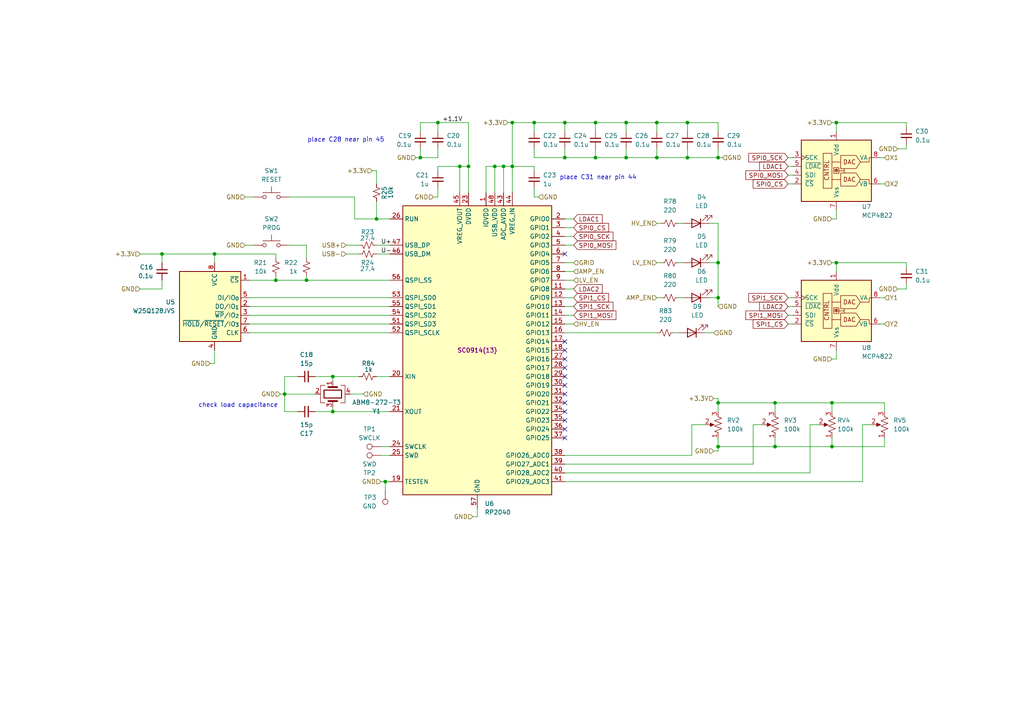
<source format=kicad_sch>
(kicad_sch (version 20250114) (generator "eeschema") (generator_version "9.0")
  (paper "A4")
  (lib_symbols
    (symbol "Analog_DAC:MCP4822" (pin_names (offset 1.016))
      (property "Reference" "U" (at -2.54 10.795 0))
      (property "Value" "MCP4822" (at -2.54 8.89 0))
      (symbol "MCP4822_0_0"
        (polyline (pts (xy 0 -0.889) (xy 0.508 -1.397) (xy -0.508 -1.397) (xy 0 -0.889)))
        (polyline (pts (xy 0 -1.778) (xy 0 -0.635)))
        (polyline (pts (xy 0.381 -0.889) (xy 0.508 -0.762)))
        (polyline (pts (xy 0.381 -0.889) (xy -0.381 -0.889) (xy -0.508 -1.016)))
        (rectangle (start 0.762 -0.381) (end -0.762 -2.032))
        (polyline (pts (xy 0.762 -1.27) (xy 2.286 -1.27) (xy 2.286 -0.762)))
        (polyline (pts (xy 2.286 -1.143) (xy 2.286 -1.905)))
        (polyline (pts (xy 6.985 1.27) (xy 9.525 1.27) (xy 9.525 2.54) (xy 10.16 2.54)))
        (polyline (pts (xy 6.985 -3.81) (xy 9.525 -3.81) (xy 9.525 -5.08) (xy 10.16 -5.08)))
        (text "CNTRL" (at -2.032 -4.191 900) (effects (font (size 1.27 1.27)) (justify left bottom)))
        (text "DAC" (at 3.81 1.27 0) (effects (font (size 1.27 1.27))))
        (text "DAC" (at 3.81 -3.81 0) (effects (font (size 1.27 1.27))))
      )
      (symbol "MCP4822_0_1"
        (rectangle (start -10.16 7.62) (end 10.16 -10.16) (stroke (width 0.254)) (fill (type background)))
        (rectangle (start -1.27 -6.35) (end -3.81 3.81))
        (polyline (pts (xy 1.27 1.27) (xy -1.27 1.27)))
        (polyline (pts (xy 1.27 -3.81) (xy -1.27 -3.81)))
        (polyline (pts (xy 6.985 1.27) (xy 5.715 3.175) (xy 1.27 3.175) (xy 1.27 -0.635) (xy 5.715 -0.635) (xy 6.985 1.27)))
        (polyline (pts (xy 6.985 -3.81) (xy 5.715 -1.905) (xy 1.27 -1.905) (xy 1.27 -5.715) (xy 5.715 -5.715) (xy 6.985 -3.81)))
      )
      (symbol "MCP4822_1_1"
        (pin input clock (at -12.7 2.54 0) (length 2.54) (name "SCK") (number "3"))
        (pin input line (at -12.7 0 0) (length 2.54) (name "~{LDAC}") (number "5"))
        (pin input line (at -12.7 -2.54 0) (length 2.54) (name "SDI") (number "4"))
        (pin input line (at -12.7 -5.08 0) (length 2.54) (name "~{CS}") (number "2"))
        (pin power_in line (at 0 10.16 270) (length 2.54) (name "Vdd") (number "1"))
        (pin power_in line (at 0 -12.7 90) (length 2.54) (name "Vss") (number "7"))
        (pin output line (at 12.7 2.54 180) (length 2.54) (name "VA") (number "8"))
        (pin output line (at 12.7 -5.08 180) (length 2.54) (name "VB") (number "6"))
      )
    )
    (symbol "Connector:TestPoint" (pin_numbers (hide yes)) (pin_names (offset 0.762) (hide yes))
      (property "Reference" "TP" (at 0 6.858 0))
      (property "Value" "TestPoint" (at 0 5.08 0))
      (symbol "TestPoint_0_1"
        (circle (center 0 3.302) (radius 0.762))
      )
      (symbol "TestPoint_1_1"
        (pin passive line (at 0 0 90) (length 2.54) (name "1") (number "1"))
      )
    )
    (symbol "Device:C_Small" (pin_numbers (hide yes)) (pin_names (offset 0.254) (hide yes))
      (property "Reference" "C" (at 0.254 1.778 0))
      (property "Value" "C_Small" (at 0.254 -2.032 0))
      (symbol "C_Small_0_1"
        (polyline (pts (xy -1.524 0.508) (xy 1.524 0.508)) (stroke (width 0.3048)))
        (polyline (pts (xy -1.524 -0.508) (xy 1.524 -0.508)) (stroke (width 0.3302)))
      )
      (symbol "C_Small_1_1"
        (pin passive line (at 0 2.54 270) (length 2.032) (name "~") (number "1"))
        (pin passive line (at 0 -2.54 90) (length 2.032) (name "~") (number "2"))
      )
    )
    (symbol "Device:Crystal_GND24" (pin_names (offset 1.016) (hide yes))
      (property "Reference" "Y" (at 3.175 5.08 0))
      (property "Value" "Crystal_GND24" (at 3.175 3.175 0))
      (symbol "Crystal_GND24_0_1"
        (polyline (pts (xy -2.54 2.286) (xy -2.54 3.556) (xy 2.54 3.556) (xy 2.54 2.286)))
        (polyline (pts (xy -2.54 0) (xy -2.032 0)))
        (polyline (pts (xy -2.54 -2.286) (xy -2.54 -3.556) (xy 2.54 -3.556) (xy 2.54 -2.286)))
        (polyline (pts (xy -2.032 -1.27) (xy -2.032 1.27)) (stroke (width 0.508)))
        (rectangle (start -1.143 2.54) (end 1.143 -2.54) (stroke (width 0.3048)))
        (polyline (pts (xy 0 3.556) (xy 0 3.81)))
        (polyline (pts (xy 0 -3.81) (xy 0 -3.556)))
        (polyline (pts (xy 2.032 0) (xy 2.54 0)))
        (polyline (pts (xy 2.032 -1.27) (xy 2.032 1.27)) (stroke (width 0.508)))
      )
      (symbol "Crystal_GND24_1_1"
        (pin passive line (at -3.81 0 0) (length 1.27) (name "1") (number "1"))
        (pin passive line (at 0 5.08 270) (length 1.27) (name "2") (number "2"))
        (pin passive line (at 0 -5.08 90) (length 1.27) (name "4") (number "4"))
        (pin passive line (at 3.81 0 180) (length 1.27) (name "3") (number "3"))
      )
    )
    (symbol "Device:LED" (pin_numbers (hide yes)) (pin_names (offset 1.016) (hide yes))
      (property "Reference" "D" (at 0 2.54 0))
      (property "Value" "LED" (at 0 -2.54 0))
      (symbol "LED_0_1"
        (polyline (pts (xy -3.048 -0.762) (xy -4.572 -2.286) (xy -3.81 -2.286) (xy -4.572 -2.286) (xy -4.572 -1.524)))
        (polyline (pts (xy -1.778 -0.762) (xy -3.302 -2.286) (xy -2.54 -2.286) (xy -3.302 -2.286) (xy -3.302 -1.524)))
        (polyline (pts (xy -1.27 0) (xy 1.27 0)))
        (polyline (pts (xy -1.27 -1.27) (xy -1.27 1.27)) (stroke (width 0.254)))
        (polyline (pts (xy 1.27 -1.27) (xy 1.27 1.27) (xy -1.27 0) (xy 1.27 -1.27)) (stroke (width 0.254)))
      )
      (symbol "LED_1_1"
        (pin passive line (at -3.81 0 0) (length 2.54) (name "K") (number "1"))
        (pin passive line (at 3.81 0 180) (length 2.54) (name "A") (number "2"))
      )
    )
    (symbol "Device:R_Potentiometer_US" (pin_names (offset 1.016) (hide yes))
      (property "Reference" "RV" (at -4.445 0 90))
      (property "Value" "R_Potentiometer_US" (at -2.54 0 90))
      (symbol "R_Potentiometer_US_0_1"
        (polyline (pts (xy 0 2.54) (xy 0 2.286)))
        (polyline (pts (xy 0 2.286) (xy 1.016 1.905) (xy 0 1.524) (xy -1.016 1.143) (xy 0 0.762)))
        (polyline (pts (xy 0 0.762) (xy 1.016 0.381) (xy 0 0) (xy -1.016 -0.381) (xy 0 -0.762)))
        (polyline (pts (xy 0 -0.762) (xy 1.016 -1.143) (xy 0 -1.524) (xy -1.016 -1.905) (xy 0 -2.286)))
        (polyline (pts (xy 0 -2.286) (xy 0 -2.54)))
        (polyline (pts (xy 1.143 0) (xy 2.286 0.508) (xy 2.286 -0.508) (xy 1.143 0)) (fill (type outline)))
        (polyline (pts (xy 2.54 0) (xy 1.524 0)))
      )
      (symbol "R_Potentiometer_US_1_1"
        (pin passive line (at 0 3.81 270) (length 1.27) (name "1") (number "1"))
        (pin passive line (at 0 -3.81 90) (length 1.27) (name "3") (number "3"))
        (pin passive line (at 3.81 0 180) (length 1.27) (name "2") (number "2"))
      )
    )
    (symbol "Device:R_Small_US" (pin_numbers (hide yes)) (pin_names (offset 0.254) (hide yes))
      (property "Reference" "R" (at 0.762 0.508 0))
      (property "Value" "R_Small_US" (at 0.762 -1.016 0))
      (symbol "R_Small_US_1_1"
        (polyline (pts (xy 0 1.524) (xy 1.016 1.143) (xy 0 0.762) (xy -1.016 0.381) (xy 0 0)))
        (polyline (pts (xy 0 0) (xy 1.016 -0.381) (xy 0 -0.762) (xy -1.016 -1.143) (xy 0 -1.524)))
        (pin passive line (at 0 2.54 270) (length 1.016) (name "~") (number "1"))
        (pin passive line (at 0 -2.54 90) (length 1.016) (name "~") (number "2"))
      )
    )
    (symbol "MCU_RaspberryPi:RP2040"
      (property "Reference" "U" (at 17.78 45.72 0))
      (property "Value" "RP2040" (at 17.78 43.18 0))
      (symbol "RP2040_0_1"
        (rectangle (start -21.59 41.91) (end 21.59 -41.91) (stroke (width 0.254)) (fill (type background)))
      )
      (symbol "RP2040_1_1"
        (pin input line (at -25.4 38.1 0) (length 3.81) (name "RUN") (number "26"))
        (pin bidirectional line (at -25.4 30.48 0) (length 3.81) (name "USB_DP") (number "47"))
        (pin bidirectional line (at -25.4 27.94 0) (length 3.81) (name "USB_DM") (number "46"))
        (pin bidirectional line (at -25.4 20.32 0) (length 3.81) (name "QSPI_SS") (number "56"))
        (pin bidirectional line (at -25.4 15.24 0) (length 3.81) (name "QSPI_SD0") (number "53"))
        (pin bidirectional line (at -25.4 12.7 0) (length 3.81) (name "QSPI_SD1") (number "55"))
        (pin bidirectional line (at -25.4 10.16 0) (length 3.81) (name "QSPI_SD2") (number "54"))
        (pin bidirectional line (at -25.4 7.62 0) (length 3.81) (name "QSPI_SD3") (number "51"))
        (pin output line (at -25.4 5.08 0) (length 3.81) (name "QSPI_SCLK") (number "52"))
        (pin input line (at -25.4 -7.62 0) (length 3.81) (name "XIN") (number "20"))
        (pin passive line (at -25.4 -17.78 0) (length 3.81) (name "XOUT") (number "21"))
        (pin input line (at -25.4 -27.94 0) (length 3.81) (name "SWCLK") (number "24"))
        (pin bidirectional line (at -25.4 -30.48 0) (length 3.81) (name "SWD") (number "25"))
        (pin input line (at -25.4 -38.1 0) (length 3.81) (name "TESTEN") (number "19"))
        (pin power_out line (at -5.08 45.72 270) (length 3.81) (name "VREG_VOUT") (number "45"))
        (pin power_in line (at -2.54 45.72 270) (length 3.81) (name "DVDD") (number "23"))
        (pin passive line (at -2.54 45.72 270) (length 3.81) (hide yes) (name "DVDD") (number "50"))
        (pin power_in line (at 0 -45.72 90) (length 3.81) (name "GND") (number "57"))
        (pin power_in line (at 2.54 45.72 270) (length 3.81) (name "IOVDD") (number "1"))
        (pin passive line (at 2.54 45.72 270) (length 3.81) (hide yes) (name "IOVDD") (number "10"))
        (pin passive line (at 2.54 45.72 270) (length 3.81) (hide yes) (name "IOVDD") (number "22"))
        (pin passive line (at 2.54 45.72 270) (length 3.81) (hide yes) (name "IOVDD") (number "33"))
        (pin passive line (at 2.54 45.72 270) (length 3.81) (hide yes) (name "IOVDD") (number "42"))
        (pin passive line (at 2.54 45.72 270) (length 3.81) (hide yes) (name "IOVDD") (number "49"))
        (pin power_in line (at 5.08 45.72 270) (length 3.81) (name "USB_VDD") (number "48"))
        (pin power_in line (at 7.62 45.72 270) (length 3.81) (name "ADC_AVDD") (number "43"))
        (pin power_in line (at 10.16 45.72 270) (length 3.81) (name "VREG_IN") (number "44"))
        (pin bidirectional line (at 25.4 38.1 180) (length 3.81) (name "GPIO0") (number "2"))
        (pin bidirectional line (at 25.4 35.56 180) (length 3.81) (name "GPIO1") (number "3"))
        (pin bidirectional line (at 25.4 33.02 180) (length 3.81) (name "GPIO2") (number "4"))
        (pin bidirectional line (at 25.4 30.48 180) (length 3.81) (name "GPIO3") (number "5"))
        (pin bidirectional line (at 25.4 27.94 180) (length 3.81) (name "GPIO4") (number "6"))
        (pin bidirectional line (at 25.4 25.4 180) (length 3.81) (name "GPIO5") (number "7"))
        (pin bidirectional line (at 25.4 22.86 180) (length 3.81) (name "GPIO6") (number "8"))
        (pin bidirectional line (at 25.4 20.32 180) (length 3.81) (name "GPIO7") (number "9"))
        (pin bidirectional line (at 25.4 17.78 180) (length 3.81) (name "GPIO8") (number "11"))
        (pin bidirectional line (at 25.4 15.24 180) (length 3.81) (name "GPIO9") (number "12"))
        (pin bidirectional line (at 25.4 12.7 180) (length 3.81) (name "GPIO10") (number "13"))
        (pin bidirectional line (at 25.4 10.16 180) (length 3.81) (name "GPIO11") (number "14"))
        (pin bidirectional line (at 25.4 7.62 180) (length 3.81) (name "GPIO12") (number "15"))
        (pin bidirectional line (at 25.4 5.08 180) (length 3.81) (name "GPIO13") (number "16"))
        (pin bidirectional line (at 25.4 2.54 180) (length 3.81) (name "GPIO14") (number "17"))
        (pin bidirectional line (at 25.4 0 180) (length 3.81) (name "GPIO15") (number "18"))
        (pin bidirectional line (at 25.4 -2.54 180) (length 3.81) (name "GPIO16") (number "27"))
        (pin bidirectional line (at 25.4 -5.08 180) (length 3.81) (name "GPIO17") (number "28"))
        (pin bidirectional line (at 25.4 -7.62 180) (length 3.81) (name "GPIO18") (number "29"))
        (pin bidirectional line (at 25.4 -10.16 180) (length 3.81) (name "GPIO19") (number "30"))
        (pin bidirectional line (at 25.4 -12.7 180) (length 3.81) (name "GPIO20") (number "31"))
        (pin bidirectional line (at 25.4 -15.24 180) (length 3.81) (name "GPIO21") (number "32"))
        (pin bidirectional line (at 25.4 -17.78 180) (length 3.81) (name "GPIO22") (number "34"))
        (pin bidirectional line (at 25.4 -20.32 180) (length 3.81) (name "GPIO23") (number "35"))
        (pin bidirectional line (at 25.4 -22.86 180) (length 3.81) (name "GPIO24") (number "36"))
        (pin bidirectional line (at 25.4 -25.4 180) (length 3.81) (name "GPIO25") (number "37"))
        (pin bidirectional line (at 25.4 -30.48 180) (length 3.81) (name "GPIO26_ADC0") (number "38"))
        (pin bidirectional line (at 25.4 -33.02 180) (length 3.81) (name "GPIO27_ADC1") (number "39"))
        (pin bidirectional line (at 25.4 -35.56 180) (length 3.81) (name "GPIO28_ADC2") (number "40"))
        (pin bidirectional line (at 25.4 -38.1 180) (length 3.81) (name "GPIO29_ADC3") (number "41"))
      )
    )
    (symbol "Memory_Flash:W25Q128JVS"
      (property "Reference" "U13" (at 11.43 1.2701 0))
      (property "Value" "W25Q128JVS" (at 11.43 -1.2699 0))
      (symbol "W25Q128JVS_0_1"
        (rectangle (start -7.62 10.16) (end 10.16 -10.16) (stroke (width 0.254)) (fill (type background)))
      )
      (symbol "W25Q128JVS_1_1"
        (pin input line (at -10.16 7.62 0) (length 2.54) (name "~{CS}") (number "1"))
        (pin bidirectional line (at -10.16 2.54 0) (length 2.54) (name "DI/IO_{0}") (number "5"))
        (pin bidirectional line (at -10.16 0 0) (length 2.54) (name "DO/IO_{1}") (number "2"))
        (pin bidirectional line (at -10.16 -2.54 0) (length 2.54) (name "~{WP}/IO_{2}") (number "3"))
        (pin bidirectional line (at -10.16 -5.08 0) (length 2.54) (name "~{HOLD}/~{RESET}/IO_{3}") (number "7"))
        (pin input line (at -10.16 -7.62 0) (length 2.54) (name "CLK") (number "6"))
        (pin power_in line (at 0 12.7 270) (length 2.54) (name "VCC") (number "8"))
        (pin power_in line (at 0 -12.7 90) (length 2.54) (name "GND") (number "4"))
      )
    )
    (symbol "Switch:SW_Omron_B3FS" (pin_numbers (hide yes)) (pin_names (offset 1.016) (hide yes))
      (property "Reference" "SW" (at 1.27 2.54 0))
      (property "Value" "SW_Omron_B3FS" (at 0 -1.524 0))
      (symbol "SW_Omron_B3FS_0_1"
        (circle (center -2.032 0) (radius 0.508))
        (polyline (pts (xy 0 1.27) (xy 0 3.048)))
        (circle (center 2.032 0) (radius 0.508))
        (polyline (pts (xy 2.54 1.27) (xy -2.54 1.27)))
        (pin passive line (at -5.08 0 0) (length 2.54) (name "1") (number "1"))
        (pin passive line (at 5.08 0 180) (length 2.54) (name "2") (number "2"))
      )
    )
  )
  (text "place C28 near pin 45\n" (at 100.33 40.64 0) (effects (font (size 1.27 1.27))))
  (text "place C31 near pin 44\n\n" (at 173.482 52.578 0) (effects (font (size 1.27 1.27))))
  (text "check load capacitance\n" (at 69.088 117.602 0) (effects (font (size 1.27 1.27))))
  (junction (at 241.3 129.54))
  (junction (at 163.83 35.56))
  (junction (at 190.5 45.72))
  (junction (at 154.94 35.56))
  (junction (at 241.3 116.84))
  (junction (at 163.83 45.72))
  (junction (at 133.35 48.26))
  (junction (at 146.05 48.26))
  (junction (at 172.72 35.56))
  (junction (at 224.79 129.54))
  (junction (at 109.22 63.5))
  (junction (at 208.28 76.2))
  (junction (at 148.59 48.26))
  (junction (at 199.39 35.56))
  (junction (at 96.52 119.38))
  (junction (at 208.28 86.36))
  (junction (at 96.52 109.22))
  (junction (at 208.28 116.84))
  (junction (at 181.61 45.72))
  (junction (at 208.28 129.54))
  (junction (at 208.28 45.72))
  (junction (at 242.57 35.56))
  (junction (at 199.39 45.72))
  (junction (at 82.55 114.3))
  (junction (at 111.76 139.7))
  (junction (at 172.72 45.72))
  (junction (at 135.89 48.26))
  (junction (at 62.23 73.66))
  (junction (at 127 35.56))
  (junction (at 224.79 116.84))
  (junction (at 190.5 35.56))
  (junction (at 143.51 48.26))
  (junction (at 148.59 35.56))
  (junction (at 181.61 35.56))
  (junction (at 121.92 45.72))
  (junction (at 80.01 81.28))
  (junction (at 242.57 76.2))
  (junction (at 46.99 73.66))
  (junction (at 88.9 81.28))
  (no_connect (at 163.83 109.22))
  (no_connect (at 163.83 124.46))
  (no_connect (at 163.83 116.84))
  (no_connect (at 163.83 73.66))
  (no_connect (at 163.83 106.68))
  (no_connect (at 163.83 121.92))
  (no_connect (at 163.83 119.38))
  (no_connect (at 163.83 111.76))
  (no_connect (at 163.83 104.14))
  (no_connect (at 163.83 127))
  (no_connect (at 163.83 101.6))
  (no_connect (at 163.83 114.3))
  (no_connect (at 163.83 99.06))
  (wire (pts (xy 101.6 114.3) (xy 105.41 114.3)))
  (wire (pts (xy 109.22 71.12) (xy 113.03 71.12)))
  (wire (pts (xy 241.3 116.84) (xy 241.3 119.38)))
  (wire (pts (xy 260.35 43.18) (xy 262.89 43.18)))
  (wire (pts (xy 241.3 63.5) (xy 242.57 63.5)))
  (wire (pts (xy 96.52 119.38) (xy 113.03 119.38)))
  (wire (pts (xy 96.52 109.22) (xy 104.14 109.22)))
  (wire (pts (xy 228.6 48.26) (xy 229.87 48.26)))
  (wire (pts (xy 262.89 76.2) (xy 262.89 77.47)))
  (wire (pts (xy 255.27 93.98) (xy 256.54 93.98)))
  (wire (pts (xy 255.27 53.34) (xy 256.54 53.34)))
  (wire (pts (xy 91.44 109.22) (xy 96.52 109.22)))
  (wire (pts (xy 166.37 91.44) (xy 163.83 91.44)))
  (wire (pts (xy 163.83 137.16) (xy 234.95 137.16)))
  (wire (pts (xy 127 45.72) (xy 121.92 45.72)))
  (wire (pts (xy 86.36 119.38) (xy 82.55 119.38)))
  (wire (pts (xy 255.27 86.36) (xy 256.54 86.36)))
  (wire (pts (xy 62.23 73.66) (xy 80.01 73.66)))
  (wire (pts (xy 163.83 35.56) (xy 154.94 35.56)))
  (wire (pts (xy 72.39 91.44) (xy 113.03 91.44)))
  (wire (pts (xy 62.23 73.66) (xy 46.99 73.66)))
  (wire (pts (xy 218.44 123.19) (xy 220.98 123.19)))
  (wire (pts (xy 138.43 147.32) (xy 138.43 149.86)))
  (wire (pts (xy 208.28 129.54) (xy 208.28 130.81)))
  (wire (pts (xy 163.83 81.28) (xy 166.37 81.28)))
  (wire (pts (xy 140.97 55.88) (xy 140.97 48.26)))
  (wire (pts (xy 256.54 129.54) (xy 256.54 127)))
  (wire (pts (xy 242.57 104.14) (xy 242.57 101.6)))
  (wire (pts (xy 163.83 76.2) (xy 166.37 76.2)))
  (wire (pts (xy 255.27 45.72) (xy 256.54 45.72)))
  (wire (pts (xy 163.83 71.12) (xy 166.37 71.12)))
  (wire (pts (xy 224.79 116.84) (xy 224.79 119.38)))
  (wire (pts (xy 111.76 139.7) (xy 111.76 142.24)))
  (wire (pts (xy 172.72 45.72) (xy 181.61 45.72)))
  (wire (pts (xy 205.74 64.77) (xy 208.28 64.77)))
  (wire (pts (xy 82.55 114.3) (xy 82.55 109.22)))
  (wire (pts (xy 111.76 139.7) (xy 113.03 139.7)))
  (wire (pts (xy 100.33 73.66) (xy 104.14 73.66)))
  (wire (pts (xy 110.49 129.54) (xy 113.03 129.54)))
  (wire (pts (xy 147.32 35.56) (xy 148.59 35.56)))
  (wire (pts (xy 208.28 35.56) (xy 199.39 35.56)))
  (wire (pts (xy 83.82 71.12) (xy 88.9 71.12)))
  (wire (pts (xy 208.28 129.54) (xy 224.79 129.54)))
  (wire (pts (xy 207.01 130.81) (xy 208.28 130.81)))
  (wire (pts (xy 72.39 96.52) (xy 113.03 96.52)))
  (wire (pts (xy 228.6 88.9) (xy 229.87 88.9)))
  (wire (pts (xy 234.95 123.19) (xy 237.49 123.19)))
  (wire (pts (xy 62.23 101.6) (xy 62.23 105.41)))
  (wire (pts (xy 241.3 127) (xy 241.3 129.54)))
  (wire (pts (xy 190.5 64.77) (xy 191.77 64.77)))
  (wire (pts (xy 234.95 137.16) (xy 234.95 123.19)))
  (wire (pts (xy 102.87 57.15) (xy 102.87 63.5)))
  (wire (pts (xy 80.01 73.66) (xy 80.01 74.93)))
  (wire (pts (xy 96.52 109.22) (xy 96.52 110.49)))
  (wire (pts (xy 200.66 123.19) (xy 204.47 123.19)))
  (wire (pts (xy 127 48.26) (xy 127 49.53)))
  (wire (pts (xy 163.83 132.08) (xy 200.66 132.08)))
  (wire (pts (xy 228.6 93.98) (xy 229.87 93.98)))
  (wire (pts (xy 71.12 57.15) (xy 73.66 57.15)))
  (wire (pts (xy 205.74 76.2) (xy 208.28 76.2)))
  (wire (pts (xy 80.01 81.28) (xy 88.9 81.28)))
  (wire (pts (xy 242.57 35.56) (xy 242.57 38.1)))
  (wire (pts (xy 62.23 76.2) (xy 62.23 73.66)))
  (wire (pts (xy 224.79 127) (xy 224.79 129.54)))
  (wire (pts (xy 46.99 73.66) (xy 46.99 76.2)))
  (wire (pts (xy 190.5 35.56) (xy 181.61 35.56)))
  (wire (pts (xy 40.64 83.82) (xy 46.99 83.82)))
  (wire (pts (xy 224.79 129.54) (xy 241.3 129.54)))
  (wire (pts (xy 200.66 132.08) (xy 200.66 123.19)))
  (wire (pts (xy 163.83 43.18) (xy 163.83 45.72)))
  (wire (pts (xy 190.5 76.2) (xy 191.77 76.2)))
  (wire (pts (xy 256.54 116.84) (xy 256.54 119.38)))
  (wire (pts (xy 208.28 86.36) (xy 208.28 88.9)))
  (wire (pts (xy 196.85 76.2) (xy 198.12 76.2)))
  (wire (pts (xy 241.3 76.2) (xy 242.57 76.2)))
  (wire (pts (xy 262.89 43.18) (xy 262.89 41.91)))
  (wire (pts (xy 262.89 83.82) (xy 262.89 82.55)))
  (wire (pts (xy 208.28 45.72) (xy 208.28 43.18)))
  (wire (pts (xy 60.96 105.41) (xy 62.23 105.41)))
  (wire (pts (xy 82.55 109.22) (xy 86.36 109.22)))
  (wire (pts (xy 163.83 66.04) (xy 166.37 66.04)))
  (wire (pts (xy 199.39 43.18) (xy 199.39 45.72)))
  (wire (pts (xy 163.83 68.58) (xy 166.37 68.58)))
  (wire (pts (xy 137.16 149.86) (xy 138.43 149.86)))
  (wire (pts (xy 107.95 49.53) (xy 109.22 49.53)))
  (wire (pts (xy 154.94 35.56) (xy 154.94 38.1)))
  (wire (pts (xy 154.94 48.26) (xy 154.94 49.53)))
  (wire (pts (xy 163.83 96.52) (xy 190.5 96.52)))
  (wire (pts (xy 148.59 35.56) (xy 148.59 48.26)))
  (wire (pts (xy 228.6 50.8) (xy 229.87 50.8)))
  (wire (pts (xy 71.12 71.12) (xy 73.66 71.12)))
  (wire (pts (xy 148.59 48.26) (xy 154.94 48.26)))
  (wire (pts (xy 121.92 38.1) (xy 121.92 35.56)))
  (wire (pts (xy 228.6 53.34) (xy 229.87 53.34)))
  (wire (pts (xy 127 35.56) (xy 135.89 35.56)))
  (wire (pts (xy 250.19 123.19) (xy 252.73 123.19)))
  (wire (pts (xy 196.85 86.36) (xy 198.12 86.36)))
  (wire (pts (xy 82.55 119.38) (xy 82.55 114.3)))
  (wire (pts (xy 96.52 118.11) (xy 96.52 119.38)))
  (wire (pts (xy 228.6 91.44) (xy 229.87 91.44)))
  (wire (pts (xy 208.28 116.84) (xy 224.79 116.84)))
  (wire (pts (xy 109.22 58.42) (xy 109.22 63.5)))
  (wire (pts (xy 199.39 35.56) (xy 199.39 38.1)))
  (wire (pts (xy 199.39 45.72) (xy 208.28 45.72)))
  (wire (pts (xy 241.3 35.56) (xy 242.57 35.56)))
  (wire (pts (xy 72.39 93.98) (xy 113.03 93.98)))
  (wire (pts (xy 250.19 139.7) (xy 250.19 123.19)))
  (wire (pts (xy 190.5 45.72) (xy 199.39 45.72)))
  (wire (pts (xy 163.83 83.82) (xy 166.37 83.82)))
  (wire (pts (xy 204.47 96.52) (xy 207.01 96.52)))
  (wire (pts (xy 154.94 54.61) (xy 154.94 57.15)))
  (wire (pts (xy 46.99 73.66) (xy 40.64 73.66)))
  (wire (pts (xy 81.28 114.3) (xy 82.55 114.3)))
  (wire (pts (xy 109.22 53.34) (xy 109.22 49.53)))
  (wire (pts (xy 127 35.56) (xy 127 38.1)))
  (wire (pts (xy 190.5 35.56) (xy 190.5 38.1)))
  (wire (pts (xy 172.72 35.56) (xy 172.72 38.1)))
  (wire (pts (xy 181.61 43.18) (xy 181.61 45.72)))
  (wire (pts (xy 146.05 48.26) (xy 148.59 48.26)))
  (wire (pts (xy 143.51 48.26) (xy 146.05 48.26)))
  (wire (pts (xy 241.3 104.14) (xy 242.57 104.14)))
  (wire (pts (xy 181.61 35.56) (xy 181.61 38.1)))
  (wire (pts (xy 208.28 64.77) (xy 208.28 76.2)))
  (wire (pts (xy 154.94 43.18) (xy 154.94 45.72)))
  (wire (pts (xy 110.49 132.08) (xy 113.03 132.08)))
  (wire (pts (xy 109.22 63.5) (xy 113.03 63.5)))
  (wire (pts (xy 143.51 48.26) (xy 143.51 55.88)))
  (wire (pts (xy 196.85 64.77) (xy 198.12 64.77)))
  (wire (pts (xy 109.22 73.66) (xy 113.03 73.66)))
  (wire (pts (xy 163.83 134.62) (xy 218.44 134.62)))
  (wire (pts (xy 166.37 86.36) (xy 163.83 86.36)))
  (wire (pts (xy 242.57 76.2) (xy 262.89 76.2)))
  (wire (pts (xy 146.05 48.26) (xy 146.05 55.88)))
  (wire (pts (xy 241.3 116.84) (xy 256.54 116.84)))
  (wire (pts (xy 228.6 45.72) (xy 229.87 45.72)))
  (wire (pts (xy 135.89 35.56) (xy 135.89 48.26)))
  (wire (pts (xy 46.99 83.82) (xy 46.99 81.28)))
  (wire (pts (xy 88.9 71.12) (xy 88.9 74.93)))
  (wire (pts (xy 148.59 55.88) (xy 148.59 48.26)))
  (wire (pts (xy 121.92 45.72) (xy 121.92 43.18)))
  (wire (pts (xy 91.44 119.38) (xy 96.52 119.38)))
  (wire (pts (xy 110.49 139.7) (xy 111.76 139.7)))
  (wire (pts (xy 120.65 45.72) (xy 121.92 45.72)))
  (wire (pts (xy 172.72 43.18) (xy 172.72 45.72)))
  (wire (pts (xy 109.22 109.22) (xy 113.03 109.22)))
  (wire (pts (xy 133.35 48.26) (xy 127 48.26)))
  (wire (pts (xy 228.6 86.36) (xy 229.87 86.36)))
  (wire (pts (xy 172.72 35.56) (xy 163.83 35.56)))
  (wire (pts (xy 208.28 127) (xy 208.28 129.54)))
  (wire (pts (xy 163.83 78.74) (xy 166.37 78.74)))
  (wire (pts (xy 241.3 129.54) (xy 256.54 129.54)))
  (wire (pts (xy 72.39 81.28) (xy 80.01 81.28)))
  (wire (pts (xy 181.61 45.72) (xy 190.5 45.72)))
  (wire (pts (xy 121.92 35.56) (xy 127 35.56)))
  (wire (pts (xy 208.28 115.57) (xy 208.28 116.84)))
  (wire (pts (xy 224.79 116.84) (xy 241.3 116.84)))
  (wire (pts (xy 127 43.18) (xy 127 45.72)))
  (wire (pts (xy 156.21 57.15) (xy 154.94 57.15)))
  (wire (pts (xy 80.01 80.01) (xy 80.01 81.28)))
  (wire (pts (xy 163.83 93.98) (xy 166.37 93.98)))
  (wire (pts (xy 135.89 48.26) (xy 135.89 55.88)))
  (wire (pts (xy 181.61 35.56) (xy 172.72 35.56)))
  (wire (pts (xy 88.9 81.28) (xy 113.03 81.28)))
  (wire (pts (xy 262.89 35.56) (xy 262.89 36.83)))
  (wire (pts (xy 163.83 139.7) (xy 250.19 139.7)))
  (wire (pts (xy 72.39 86.36) (xy 113.03 86.36)))
  (wire (pts (xy 190.5 43.18) (xy 190.5 45.72)))
  (wire (pts (xy 242.57 63.5) (xy 242.57 60.96)))
  (wire (pts (xy 260.35 83.82) (xy 262.89 83.82)))
  (wire (pts (xy 140.97 48.26) (xy 143.51 48.26)))
  (wire (pts (xy 133.35 55.88) (xy 133.35 48.26)))
  (wire (pts (xy 208.28 119.38) (xy 208.28 116.84)))
  (wire (pts (xy 91.44 114.3) (xy 82.55 114.3)))
  (wire (pts (xy 190.5 86.36) (xy 191.77 86.36)))
  (wire (pts (xy 125.73 57.15) (xy 127 57.15)))
  (wire (pts (xy 100.33 71.12) (xy 104.14 71.12)))
  (wire (pts (xy 102.87 63.5) (xy 109.22 63.5)))
  (wire (pts (xy 208.28 45.72) (xy 209.55 45.72)))
  (wire (pts (xy 88.9 80.01) (xy 88.9 81.28)))
  (wire (pts (xy 163.83 63.5) (xy 166.37 63.5)))
  (wire (pts (xy 72.39 88.9) (xy 113.03 88.9)))
  (wire (pts (xy 133.35 48.26) (xy 135.89 48.26)))
  (wire (pts (xy 205.74 86.36) (xy 208.28 86.36)))
  (wire (pts (xy 199.39 35.56) (xy 190.5 35.56)))
  (wire (pts (xy 163.83 45.72) (xy 172.72 45.72)))
  (wire (pts (xy 208.28 38.1) (xy 208.28 35.56)))
  (wire (pts (xy 242.57 76.2) (xy 242.57 78.74)))
  (wire (pts (xy 242.57 35.56) (xy 262.89 35.56)))
  (wire (pts (xy 218.44 134.62) (xy 218.44 123.19)))
  (wire (pts (xy 83.82 57.15) (xy 102.87 57.15)))
  (wire (pts (xy 166.37 88.9) (xy 163.83 88.9)))
  (wire (pts (xy 207.01 115.57) (xy 208.28 115.57)))
  (wire (pts (xy 208.28 76.2) (xy 208.28 86.36)))
  (wire (pts (xy 163.83 35.56) (xy 163.83 38.1)))
  (wire (pts (xy 154.94 45.72) (xy 163.83 45.72)))
  (wire (pts (xy 195.58 96.52) (xy 196.85 96.52)))
  (wire (pts (xy 127 54.61) (xy 127 57.15)))
  (wire (pts (xy 154.94 35.56) (xy 148.59 35.56)))
  (label "+1.1V" (at 128.27 35.56 0))
  (label "U-" (at 110.49 73.66 0))
  (label "U+" (at 110.49 71.12 0))
  (global_label "SPI0_SCK" (shape input) (at 228.6 45.72 180) (property "Intersheetrefs" "${INTERSHEET_REFS}" (effects (hide yes))))
  (global_label "SPI1_MOSI" (shape input) (at 228.6 91.44 180) (property "Intersheetrefs" "${INTERSHEET_REFS}" (effects (hide yes))))
  (global_label "SPI0_CS" (shape input) (at 228.6 53.34 180) (property "Intersheetrefs" "${INTERSHEET_REFS}" (effects (hide yes))))
  (global_label "SPI1_SCK" (shape input) (at 228.6 86.36 180) (property "Intersheetrefs" "${INTERSHEET_REFS}" (effects (hide yes))))
  (global_label "SPI0_MOSI" (shape input) (at 166.37 71.12 0) (property "Intersheetrefs" "${INTERSHEET_REFS}" (effects (hide yes))))
  (global_label "LDAC1" (shape input) (at 228.6 48.26 180) (property "Intersheetrefs" "${INTERSHEET_REFS}" (effects (hide yes))))
  (global_label "SPI0_CS" (shape input) (at 166.37 66.04 0) (property "Intersheetrefs" "${INTERSHEET_REFS}" (effects (hide yes))))
  (global_label "LDAC2" (shape input) (at 228.6 88.9 180) (property "Intersheetrefs" "${INTERSHEET_REFS}" (effects (hide yes))))
  (global_label "SPI1_SCK" (shape input) (at 166.37 88.9 0) (property "Intersheetrefs" "${INTERSHEET_REFS}" (effects (hide yes))))
  (global_label "SPI1_CS" (shape input) (at 166.37 86.36 0) (property "Intersheetrefs" "${INTERSHEET_REFS}" (effects (hide yes))))
  (global_label "LDAC1" (shape input) (at 166.37 63.5 0) (property "Intersheetrefs" "${INTERSHEET_REFS}" (effects (hide yes))))
  (global_label "LDAC2" (shape input) (at 166.37 83.82 0) (property "Intersheetrefs" "${INTERSHEET_REFS}" (effects (hide yes))))
  (global_label "SPI0_MOSI" (shape input) (at 228.6 50.8 180) (property "Intersheetrefs" "${INTERSHEET_REFS}" (effects (hide yes))))
  (global_label "SPI1_CS" (shape input) (at 228.6 93.98 180) (property "Intersheetrefs" "${INTERSHEET_REFS}" (effects (hide yes))))
  (global_label "SPI1_MOSI" (shape input) (at 166.37 91.44 0) (property "Intersheetrefs" "${INTERSHEET_REFS}" (effects (hide yes))))
  (global_label "SPI0_SCK" (shape input) (at 166.37 68.58 0) (property "Intersheetrefs" "${INTERSHEET_REFS}" (effects (hide yes))))
  (hierarchical_label "+3.3V" (shape input) (at 147.32 35.56 180))
  (hierarchical_label "GRID" (shape input) (at 166.37 76.2 0))
  (hierarchical_label "AMP_EN" (shape input) (at 190.5 86.36 180))
  (hierarchical_label "GND" (shape input) (at 209.55 45.72 0))
  (hierarchical_label "GND" (shape input) (at 241.3 63.5 180))
  (hierarchical_label "GND" (shape input) (at 81.28 114.3 180))
  (hierarchical_label "LV_EN" (shape input) (at 166.37 81.28 0))
  (hierarchical_label "Y2" (shape input) (at 256.54 93.98 0))
  (hierarchical_label "GND" (shape input) (at 260.35 43.18 180))
  (hierarchical_label "GND" (shape input) (at 71.12 57.15 180))
  (hierarchical_label "GND" (shape input) (at 207.01 130.81 180))
  (hierarchical_label "GND" (shape input) (at 156.21 57.15 0))
  (hierarchical_label "GND" (shape input) (at 71.12 71.12 180))
  (hierarchical_label "GND" (shape input) (at 40.64 83.82 180))
  (hierarchical_label "GND" (shape input) (at 125.73 57.15 180))
  (hierarchical_label "+3.3V" (shape input) (at 241.3 35.56 180))
  (hierarchical_label "USB-" (shape input) (at 100.33 73.66 180))
  (hierarchical_label "LV_EN" (shape input) (at 190.5 76.2 180))
  (hierarchical_label "GND" (shape input) (at 207.01 96.52 0))
  (hierarchical_label "GND" (shape input) (at 260.35 83.82 180))
  (hierarchical_label "GND" (shape input) (at 208.28 88.9 0))
  (hierarchical_label "+3.3V" (shape input) (at 241.3 76.2 180))
  (hierarchical_label "GND" (shape input) (at 241.3 104.14 180))
  (hierarchical_label "HV_EN" (shape input) (at 166.37 93.98 0))
  (hierarchical_label "GND" (shape input) (at 105.41 114.3 0))
  (hierarchical_label "AMP_EN" (shape input) (at 166.37 78.74 0))
  (hierarchical_label "X1" (shape input) (at 256.54 45.72 0))
  (hierarchical_label "USB+" (shape input) (at 100.33 71.12 180))
  (hierarchical_label "+3.3V" (shape input) (at 207.01 115.57 180))
  (hierarchical_label "+3.3V" (shape input) (at 107.95 49.53 180))
  (hierarchical_label "+3.3V" (shape input) (at 40.64 73.66 180))
  (hierarchical_label "HV_EN" (shape input) (at 190.5 64.77 180))
  (hierarchical_label "Y1" (shape input) (at 256.54 86.36 0))
  (hierarchical_label "GND" (shape input) (at 110.49 139.7 180))
  (hierarchical_label "GND" (shape input) (at 120.65 45.72 180))
  (hierarchical_label "GND" (shape input) (at 137.16 149.86 180))
  (hierarchical_label "X2" (shape input) (at 256.54 53.34 0))
  (hierarchical_label "GND" (shape input) (at 60.96 105.41 180))
  (symbol (lib_id "Connector:TestPoint") (at 110.49 129.54 90) (unit 1)
    (property "Reference" "TP1" (at 107.188 124.46 90))
    (property "Value" "SWCLK" (at 107.188 127 90))
    (property "Footprint" "TestPoint:TestPoint_Pad_1.0x1.0mm" (effects (hide yes)))
    (property "Description" "test point" (effects (hide yes)))
  )
  (symbol (lib_id "Device:R_Small_US") (at 194.31 76.2 90) (unit 1)
    (property "Reference" "R79" (at 194.31 69.85 90))
    (property "Value" "220" (at 194.31 72.39 90))
    (property "Footprint" "Resistor_SMD:R_0603_1608Metric" (effects (hide yes)))
    (property "Description" "Resistor, small US symbol" (effects (hide yes)))
    (property "JLCPCB P/N" "0603WAF2400T5E" (effects (hide yes)))
  )
  (symbol (lib_id "Connector:TestPoint") (at 110.49 132.08 90) (mirror x) (unit 1)
    (property "Reference" "TP2" (at 107.188 137.16 90))
    (property "Value" "SWD" (at 107.188 134.62 90))
    (property "Footprint" "TestPoint:TestPoint_Pad_1.0x1.0mm" (effects (hide yes)))
    (property "Description" "test point" (effects (hide yes)))
  )
  (symbol (lib_id "Device:C_Small") (at 172.72 40.64 0) (unit 1)
    (property "Reference" "C25" (at 175.26 39.3762 0) (effects (justify left)))
    (property "Value" "0.1u" (at 175.26 41.9162 0) (effects (justify left)))
    (property "Footprint" "Capacitor_SMD:C_0603_1608Metric" (effects (hide yes)))
    (property "Description" "Unpolarized capacitor, small symbol" (effects (hide yes)))
    (property "Digikey P/N" "C0603C104K5RAC7411" (effects (hide yes)))
    (property "JLCPCB P/N" "CL10B104KA8NNNC" (effects (hide yes)))
  )
  (symbol (lib_id "Device:C_Small") (at 190.5 40.64 0) (unit 1)
    (property "Reference" "C27" (at 193.04 39.3762 0) (effects (justify left)))
    (property "Value" "0.1u" (at 193.04 41.9162 0) (effects (justify left)))
    (property "Footprint" "Capacitor_SMD:C_0603_1608Metric" (effects (hide yes)))
    (property "Description" "Unpolarized capacitor, small symbol" (effects (hide yes)))
    (property "Digikey P/N" "C0603C104K5RAC7411" (effects (hide yes)))
    (property "JLCPCB P/N" "CL10B104KA8NNNC" (effects (hide yes)))
  )
  (symbol (lib_id "Device:R_Small_US") (at 88.9 77.47 0) (unit 1)
    (property "Reference" "R22" (at 86.36 76.1999 0) (effects (justify right)))
    (property "Value" "1k" (at 86.36 78.7399 0) (effects (justify right)))
    (property "Footprint" "Resistor_SMD:R_0603_1608Metric" (effects (hide yes)))
    (property "Description" "Resistor, small US symbol" (effects (hide yes)))
    (property "Digikey P/N" "*find p/n*" (effects (hide yes)))
    (property "JLCPCB P/N" "0603WAF1001T5E" (effects (hide yes)))
  )
  (symbol (lib_id "Device:R_Small_US") (at 194.31 86.36 90) (unit 1)
    (property "Reference" "R80" (at 194.31 80.01 90))
    (property "Value" "220" (at 194.31 82.55 90))
    (property "Footprint" "Resistor_SMD:R_0603_1608Metric" (effects (hide yes)))
    (property "Description" "Resistor, small US symbol" (effects (hide yes)))
    (property "JLCPCB P/N" "0603WAF2400T5E" (effects (hide yes)))
  )
  (symbol (lib_id "Device:C_Small") (at 46.99 78.74 0) (mirror y) (unit 1)
    (property "Reference" "C16" (at 44.45 77.4762 0) (effects (justify left)))
    (property "Value" "0.1u" (at 44.45 80.0162 0) (effects (justify left)))
    (property "Footprint" "Capacitor_SMD:C_0603_1608Metric" (effects (hide yes)))
    (property "Description" "Unpolarized capacitor, small symbol" (effects (hide yes)))
    (property "Digikey P/N" "C0603C104K5RAC7411" (effects (hide yes)))
    (property "JLCPCB P/N" "CL10B104KA8NNNC" (effects (hide yes)))
  )
  (symbol (lib_id "Device:R_Small_US") (at 193.04 96.52 90) (unit 1)
    (property "Reference" "R83" (at 193.04 90.17 90))
    (property "Value" "220" (at 193.04 92.71 90))
    (property "Footprint" "Resistor_SMD:R_0603_1608Metric" (effects (hide yes)))
    (property "Description" "Resistor, small US symbol" (effects (hide yes)))
    (property "JLCPCB P/N" "0603WAF2400T5E" (effects (hide yes)))
  )
  (symbol (lib_id "Device:C_Small") (at 88.9 119.38 90) (mirror x) (unit 1)
    (property "Reference" "C17" (at 88.9063 125.73 90))
    (property "Value" "15p" (at 88.9063 123.19 90))
    (property "Footprint" "Capacitor_SMD:C_0603_1608Metric" (effects (hide yes)))
    (property "Description" "Unpolarized capacitor, small symbol" (effects (hide yes)))
    (property "Digikey P/N" "600S150JT250XT4K" (effects (hide yes)))
    (property "JLCPCB P/N" "CL10C150JB8NNNC" (effects (hide yes)))
  )
  (symbol (lib_id "Connector:TestPoint") (at 111.76 142.24 0) (mirror x) (unit 1)
    (property "Reference" "TP3" (at 109.22 144.2719 0) (effects (justify right)))
    (property "Value" "GND" (at 109.22 146.8119 0) (effects (justify right)))
    (property "Footprint" "TestPoint:TestPoint_Pad_1.0x1.0mm" (effects (hide yes)))
    (property "Description" "test point" (effects (hide yes)))
  )
  (symbol (lib_id "Device:R_Potentiometer_US") (at 208.28 123.19 180) (unit 1)
    (property "Reference" "RV2" (at 210.82 121.9199 0) (effects (justify right)))
    (property "Value" "100k" (at 210.82 124.4599 0) (effects (justify right)))
    (property "Footprint" "Potentiometer_THT:Potentiometer_Bourns_3296W_Vertical" (effects (hide yes)))
    (property "Description" "Potentiometer, US symbol" (effects (hide yes)))
    (property "Digikey P/N" "3296W-1-104" (effects (hide yes)))
    (property "JLCPCB P/N" "3296W-1-104" (effects (hide yes)))
  )
  (symbol (lib_id "Device:C_Small") (at 127 40.64 0) (unit 1)
    (property "Reference" "C20" (at 129.54 39.3762 0) (effects (justify left)))
    (property "Value" "0.1u" (at 129.54 41.9162 0) (effects (justify left)))
    (property "Footprint" "Capacitor_SMD:C_0603_1608Metric" (effects (hide yes)))
    (property "Description" "Unpolarized capacitor, small symbol" (effects (hide yes)))
    (property "Digikey P/N" "C0603C104K5RAC7411" (effects (hide yes)))
    (property "JLCPCB P/N" "CL10B104KA8NNNC" (effects (hide yes)))
  )
  (symbol (lib_id "Device:R_Potentiometer_US") (at 224.79 123.19 180) (unit 1)
    (property "Reference" "RV3" (at 227.33 121.9199 0) (effects (justify right)))
    (property "Value" "100k" (at 227.33 124.4599 0) (effects (justify right)))
    (property "Footprint" "Potentiometer_THT:Potentiometer_Bourns_3296W_Vertical" (effects (hide yes)))
    (property "Description" "Potentiometer, US symbol" (effects (hide yes)))
    (property "Digikey P/N" "3361P-1-104GLF" (effects (hide yes)))
    (property "JLCPCB P/N" "3296W-1-104" (effects (hide yes)))
  )
  (symbol (lib_id "Device:R_Small_US") (at 106.68 71.12 90) (mirror x) (unit 1)
    (property "Reference" "R23" (at 104.648 67.31 90) (effects (justify right)))
    (property "Value" "27.4" (at 104.394 69.088 90) (effects (justify right)))
    (property "Footprint" "Resistor_SMD:R_0603_1608Metric" (effects (hide yes)))
    (property "Description" "Resistor, small US symbol" (effects (hide yes)))
    (property "Digikey P/N" "*find p/n*" (effects (hide yes)))
    (property "JLCPCB P/N" "0603WAF270JT5E" (effects (hide yes)))
  )
  (symbol (lib_id "Device:C_Small") (at 121.92 40.64 0) (mirror y) (unit 1)
    (property "Reference" "C19" (at 119.38 39.3762 0) (effects (justify left)))
    (property "Value" "0.1u" (at 119.38 41.9162 0) (effects (justify left)))
    (property "Footprint" "Capacitor_SMD:C_0603_1608Metric" (effects (hide yes)))
    (property "Description" "Unpolarized capacitor, small symbol" (effects (hide yes)))
    (property "Digikey P/N" "C0603C104K5RAC7411" (effects (hide yes)))
    (property "JLCPCB P/N" "CL10B104KA8NNNC" (effects (hide yes)))
  )
  (symbol (lib_id "Device:LED") (at 201.93 64.77 180) (unit 1)
    (property "Reference" "D4" (at 203.5175 57.15 0))
    (property "Value" "LED" (at 203.5175 59.69 0))
    (property "Footprint" "LED_SMD:LED_0603_1608Metric" (effects (hide yes)))
    (property "Description" "Light emitting diode" (effects (hide yes)))
    (property "Sim.Pins" "1=K 2=A" (effects (hide yes)))
    (property "JLCPCB P/N" "KT-0603R" (effects (hide yes)))
  )
  (symbol (lib_id "Device:C_Small") (at 154.94 52.07 0) (unit 1)
    (property "Reference" "C23" (at 157.48 50.8062 0) (effects (justify left)))
    (property "Value" "1u" (at 157.48 53.3462 0) (effects (justify left)))
    (property "Footprint" "Capacitor_SMD:C_0603_1608Metric" (effects (hide yes)))
    (property "Description" "Unpolarized capacitor, small symbol" (effects (hide yes)))
    (property "Digikey P/N" "CL10A105KA8NNNC" (effects (hide yes)))
    (property "JLCPCB P/N" "CL10A105KB8NNNC" (effects (hide yes)))
  )
  (symbol (lib_id "Device:C_Small") (at 262.89 80.01 0) (unit 1)
    (property "Reference" "C31" (at 265.43 78.7462 0) (effects (justify left)))
    (property "Value" "0.1u" (at 265.43 81.2862 0) (effects (justify left)))
    (property "Footprint" "Capacitor_SMD:C_0603_1608Metric" (effects (hide yes)))
    (property "Description" "Unpolarized capacitor, small symbol" (effects (hide yes)))
    (property "Digikey P/N" "C0603C104K5RAC7411" (effects (hide yes)))
    (property "JLCPCB P/N" "CL10B104KA8NNNC" (effects (hide yes)))
  )
  (symbol (lib_id "Device:LED") (at 200.66 96.52 180) (unit 1)
    (property "Reference" "D9" (at 202.2475 88.9 0))
    (property "Value" "LED" (at 202.2475 91.44 0))
    (property "Footprint" "LED_SMD:LED_0603_1608Metric" (effects (hide yes)))
    (property "Description" "Light emitting diode" (effects (hide yes)))
    (property "Sim.Pins" "1=K 2=A" (effects (hide yes)))
    (property "JLCPCB P/N" "KT-0603R" (effects (hide yes)))
  )
  (symbol (lib_id "Device:Crystal_GND24") (at 96.52 114.3 90) (mirror x) (unit 1)
    (property "Reference" "Y1" (at 109.22 119.2532 90))
    (property "Value" "ABM8-272-T3" (at 109.22 116.7132 90))
    (property "Footprint" "Crystal:Crystal_SMD_3225-4Pin_3.2x2.5mm" (effects (hide yes)))
    (property "Description" "Four pin crystal, GND on pins 2 and 4" (effects (hide yes)))
    (property "Digikey P/N" "ABM8-272-T3" (effects (hide yes)))
  )
  (symbol (lib_id "Device:C_Small") (at 88.9 109.22 90) (unit 1)
    (property "Reference" "C18" (at 88.9063 102.87 90))
    (property "Value" "15p" (at 88.9063 105.41 90))
    (property "Footprint" "Capacitor_SMD:C_0603_1608Metric" (effects (hide yes)))
    (property "Description" "Unpolarized capacitor, small symbol" (effects (hide yes)))
    (property "Digikey P/N" "600S150JT250XT4K" (effects (hide yes)))
    (property "JLCPCB P/N" "CL10C150JB8NNNC" (effects (hide yes)))
  )
  (symbol (lib_id "Device:C_Small") (at 163.83 40.64 0) (unit 1)
    (property "Reference" "C24" (at 166.37 39.3762 0) (effects (justify left)))
    (property "Value" "0.1u" (at 166.37 41.9162 0) (effects (justify left)))
    (property "Footprint" "Capacitor_SMD:C_0603_1608Metric" (effects (hide yes)))
    (property "Description" "Unpolarized capacitor, small symbol" (effects (hide yes)))
    (property "Digikey P/N" "C0603C104K5RAC7411" (effects (hide yes)))
    (property "JLCPCB P/N" "CL10B104KA8NNNC" (effects (hide yes)))
  )
  (symbol (lib_id "Device:R_Small_US") (at 80.01 77.47 0) (unit 1)
    (property "Reference" "R21" (at 77.47 76.1999 0) (effects (justify right)))
    (property "Value" "10k" (at 77.47 78.7399 0) (effects (justify right)))
    (property "Footprint" "Resistor_SMD:R_0603_1608Metric" (effects (hide yes)))
    (property "Description" "Resistor, small US symbol" (effects (hide yes)))
    (property "Digikey P/N" "RC0603FR-0710KL" (effects (hide yes)))
    (property "JLCPCB P/N" "0603WAF1002T5E" (effects (hide yes)))
  )
  (symbol (lib_id "MCU_RaspberryPi:RP2040") (at 138.43 101.6 0) (unit 1)
    (property "Reference" "U6" (at 140.5733 146.05 0) (effects (justify left)))
    (property "Value" "RP2040" (at 140.5733 148.59 0) (effects (justify left)))
    (property "Footprint" "Package_DFN_QFN:QFN-56-1EP_7x7mm_P0.4mm_EP3.2x3.2mm" (effects (hide yes)))
    (property "Datasheet" "https://datasheets.raspberrypi.com/rp2040/rp2040-datasheet.pdf" (effects (hide yes)))
    (property "Description" "A microcontroller by Raspberry Pi" (effects (hide yes)))
    (property "Digikey P/N" "SC0914(13)" (at 138.43 101.6 0))
    (property "JLCPCB P/N" "SC0914(13)" (at 138.43 101.6 0))
  )
  (symbol (lib_id "Memory_Flash:W25Q128JVS") (at 62.23 88.9 0) (mirror y) (unit 1)
    (property "Reference" "U5" (at 50.8 87.6299 0) (effects (justify left)))
    (property "Value" "W25Q128JVS" (at 50.8 90.1699 0) (effects (justify left)))
    (property "Footprint" "Package_SO:SOIC-8_5.3x5.3mm_P1.27mm" (effects (hide yes)))
    (property "Datasheet" "https://www.winbond.com/resource-files/w25q128jv_dtr%20revc%2003272018%20plus.pdf" (effects (hide yes)))
    (property "Description" "128Mbit / 16MiB Serial Flash Memory, Standard/Dual/Quad SPI, 2.7-3.6V, SOIC-8" (effects (hide yes)))
    (property "JLCPCB P/N" "W25Q128JVSIQ" (effects (hide yes)))
  )
  (symbol (lib_id "Device:C_Small") (at 208.28 40.64 0) (unit 1)
    (property "Reference" "C29" (at 210.82 39.3762 0) (effects (justify left)))
    (property "Value" "0.1u" (at 210.82 41.9162 0) (effects (justify left)))
    (property "Footprint" "Capacitor_SMD:C_0603_1608Metric" (effects (hide yes)))
    (property "Description" "Unpolarized capacitor, small symbol" (effects (hide yes)))
    (property "Digikey P/N" "C0603C104K5RAC7411" (effects (hide yes)))
    (property "JLCPCB P/N" "CL10B104KA8NNNC" (effects (hide yes)))
  )
  (symbol (lib_id "Device:R_Small_US") (at 106.68 73.66 90) (unit 1)
    (property "Reference" "R24" (at 104.6479 76.2 90) (effects (justify right)))
    (property "Value" "27.4" (at 104.394 77.978 90) (effects (justify right)))
    (property "Footprint" "Resistor_SMD:R_0603_1608Metric" (effects (hide yes)))
    (property "Description" "Resistor, small US symbol" (effects (hide yes)))
    (property "Digikey P/N" "*find p/n*" (effects (hide yes)))
    (property "JLCPCB P/N" "0603WAF270JT5E" (effects (hide yes)))
  )
  (symbol (lib_id "Switch:SW_Omron_B3FS") (at 78.74 71.12 0) (unit 1)
    (property "Reference" "SW2" (at 78.74 63.5 0))
    (property "Value" "PROG" (at 78.74 66.04 0))
    (property "Footprint" "Button_Switch_SMD:SW_SPST_Omron_B3FS-101xP" (effects (hide yes)))
    (property "Datasheet" "https://omronfs.omron.com/en_US/ecb/products/pdf/en-b3fs.pdf" (effects (hide yes)))
    (property "Description" "Omron B3FS 6x6mm single pole normally-open tactile switch" (effects (hide yes)))
    (property "Digikey P/N" "B3FS-1012P" (effects (hide yes)))
    (property "JLCPCB P/N" "B3FS-1012P" (effects (hide yes)))
  )
  (symbol (lib_id "Device:C_Small") (at 199.39 40.64 0) (unit 1)
    (property "Reference" "C28" (at 201.93 39.3762 0) (effects (justify left)))
    (property "Value" "0.1u" (at 201.93 41.9162 0) (effects (justify left)))
    (property "Footprint" "Capacitor_SMD:C_0603_1608Metric" (effects (hide yes)))
    (property "Description" "Unpolarized capacitor, small symbol" (effects (hide yes)))
    (property "Digikey P/N" "C0603C104K5RAC7411" (effects (hide yes)))
    (property "JLCPCB P/N" "CL10B104KA8NNNC" (effects (hide yes)))
  )
  (symbol (lib_id "Switch:SW_Omron_B3FS") (at 78.74 57.15 0) (unit 1)
    (property "Reference" "SW1" (at 78.74 49.53 0))
    (property "Value" "RESET" (at 78.74 52.07 0))
    (property "Footprint" "Button_Switch_SMD:SW_SPST_Omron_B3FS-101xP" (effects (hide yes)))
    (property "Datasheet" "https://omronfs.omron.com/en_US/ecb/products/pdf/en-b3fs.pdf" (effects (hide yes)))
    (property "Description" "Omron B3FS 6x6mm single pole normally-open tactile switch" (effects (hide yes)))
    (property "Digikey P/N" "B3FS-1012P" (effects (hide yes)))
    (property "JLCPCB P/N" "B3FS-1012P" (effects (hide yes)))
  )
  (symbol (lib_id "Analog_DAC:MCP4822") (at 242.57 88.9 0) (unit 1)
    (property "Reference" "U8" (at 249.936 100.838 0) (effects (justify left)))
    (property "Value" "MCP4822" (at 249.936 103.378 0) (effects (justify left)))
    (property "Footprint" "Package_SO:SOIC-8_5.3x5.3mm_P1.27mm" (effects (hide yes)))
    (property "Datasheet" "http://ww1.microchip.com/downloads/en/DeviceDoc/20002249B.pdf" (effects (hide yes)))
    (property "Description" "2-Channel 12-Bit D/A Converters with SPI Interface and Internal Reference (2.048V)" (effects (hide yes)))
    (property "Digikey P/N" "MCP4822-E/SN" (effects (hide yes)))
    (property "JLCPCB P/N" "double check footprint" (effects (hide yes)))
  )
  (symbol (lib_id "Device:C_Small") (at 127 52.07 0) (mirror y) (unit 1)
    (property "Reference" "C21" (at 124.46 50.8062 0) (effects (justify left)))
    (property "Value" "1u" (at 124.46 53.3462 0) (effects (justify left)))
    (property "Footprint" "Capacitor_SMD:C_0603_1608Metric" (effects (hide yes)))
    (property "Description" "Unpolarized capacitor, small symbol" (effects (hide yes)))
    (property "Digikey P/N" "CL10A105KA8NNNC" (effects (hide yes)))
    (property "JLCPCB P/N" "CL10A105KB8NNNC" (effects (hide yes)))
  )
  (symbol (lib_id "Device:LED") (at 201.93 76.2 180) (unit 1)
    (property "Reference" "D5" (at 203.5175 68.58 0))
    (property "Value" "LED" (at 203.5175 71.12 0))
    (property "Footprint" "LED_SMD:LED_0603_1608Metric" (effects (hide yes)))
    (property "Description" "Light emitting diode" (effects (hide yes)))
    (property "Sim.Pins" "1=K 2=A" (effects (hide yes)))
    (property "JLCPCB P/N" "KT-0603R" (effects (hide yes)))
  )
  (symbol (lib_id "Device:C_Small") (at 262.89 39.37 0) (unit 1)
    (property "Reference" "C30" (at 265.43 38.1062 0) (effects (justify left)))
    (property "Value" "0.1u" (at 265.43 40.6462 0) (effects (justify left)))
    (property "Footprint" "Capacitor_SMD:C_0603_1608Metric" (effects (hide yes)))
    (property "Description" "Unpolarized capacitor, small symbol" (effects (hide yes)))
    (property "Digikey P/N" "C0603C104K5RAC7411" (effects (hide yes)))
    (property "JLCPCB P/N" "CL10B104KA8NNNC" (effects (hide yes)))
  )
  (symbol (lib_id "Device:LED") (at 201.93 86.36 180) (unit 1)
    (property "Reference" "D6" (at 203.5175 78.74 0))
    (property "Value" "LED" (at 203.5175 81.28 0))
    (property "Footprint" "LED_SMD:LED_0603_1608Metric" (effects (hide yes)))
    (property "Description" "Light emitting diode" (effects (hide yes)))
    (property "Sim.Pins" "1=K 2=A" (effects (hide yes)))
    (property "JLCPCB P/N" "KT-0603R" (effects (hide yes)))
  )
  (symbol (lib_id "Device:C_Small") (at 154.94 40.64 0) (unit 1)
    (property "Reference" "C22" (at 157.48 39.3762 0) (effects (justify left)))
    (property "Value" "0.1u" (at 157.48 41.9162 0) (effects (justify left)))
    (property "Footprint" "Capacitor_SMD:C_0603_1608Metric" (effects (hide yes)))
    (property "Description" "Unpolarized capacitor, small symbol" (effects (hide yes)))
    (property "Digikey P/N" "C0603C104K5RAC7411" (effects (hide yes)))
    (property "JLCPCB P/N" "CL10B104KA8NNNC" (effects (hide yes)))
  )
  (symbol (lib_id "Device:R_Potentiometer_US") (at 256.54 123.19 180) (unit 1)
    (property "Reference" "RV5" (at 259.08 121.9199 0) (effects (justify right)))
    (property "Value" "100k" (at 259.08 124.4599 0) (effects (justify right)))
    (property "Footprint" "Potentiometer_THT:Potentiometer_Bourns_3296W_Vertical" (effects (hide yes)))
    (property "Description" "Potentiometer, US symbol" (effects (hide yes)))
    (property "Digikey P/N" "3361P-1-104GLF" (effects (hide yes)))
    (property "JLCPCB P/N" "3296W-1-104" (effects (hide yes)))
  )
  (symbol (lib_id "Device:R_Small_US") (at 106.68 109.22 90) (unit 1)
    (property "Reference" "R84" (at 104.902 105.41 90) (effects (justify right)))
    (property "Value" "1k" (at 105.664 107.188 90) (effects (justify right)))
    (property "Footprint" "Resistor_SMD:R_0603_1608Metric" (effects (hide yes)))
    (property "Description" "Resistor, small US symbol" (effects (hide yes)))
    (property "Digikey P/N" "*find p/n*" (effects (hide yes)))
    (property "JLCPCB P/N" "0603WAF1001T5E" (effects (hide yes)))
  )
  (symbol (lib_id "Device:R_Small_US") (at 109.22 55.88 180) (unit 1)
    (property "Reference" "R25" (at 111.506 57.912 90) (effects (justify right)))
    (property "Value" "10k" (at 113.284 57.658 90) (effects (justify right)))
    (property "Footprint" "Resistor_SMD:R_0603_1608Metric" (effects (hide yes)))
    (property "Description" "Resistor, small US symbol" (effects (hide yes)))
    (property "Digikey P/N" "RC0603FR-0710KL" (effects (hide yes)))
    (property "JLCPCB P/N" "0603WAF1002T5E" (effects (hide yes)))
  )
  (symbol (lib_id "Analog_DAC:MCP4822") (at 242.57 48.26 0) (unit 1)
    (property "Reference" "U7" (at 249.936 59.944 0) (effects (justify left)))
    (property "Value" "MCP4822" (at 249.936 62.484 0) (effects (justify left)))
    (property "Footprint" "Package_SO:SOIC-8_5.3x5.3mm_P1.27mm" (effects (hide yes)))
    (property "Datasheet" "http://ww1.microchip.com/downloads/en/DeviceDoc/20002249B.pdf" (effects (hide yes)))
    (property "Description" "2-Channel 12-Bit D/A Converters with SPI Interface and Internal Reference (2.048V)" (effects (hide yes)))
    (property "Digikey P/N" "MCP4822-E/SN" (effects (hide yes)))
    (property "JLCPCB P/N" "double check footprint" (effects (hide yes)))
  )
  (symbol (lib_id "Device:R_Potentiometer_US") (at 241.3 123.19 180) (unit 1)
    (property "Reference" "RV4" (at 242.824 121.92 0) (effects (justify right)))
    (property "Value" "100k" (at 242.824 124.46 0) (effects (justify right)))
    (property "Footprint" "Potentiometer_THT:Potentiometer_Bourns_3296W_Vertical" (effects (hide yes)))
    (property "Description" "Potentiometer, US symbol" (effects (hide yes)))
    (property "Digikey P/N" "3361P-1-104GLF" (effects (hide yes)))
    (property "JLCPCB P/N" "3296W-1-104" (effects (hide yes)))
  )
  (symbol (lib_id "Device:C_Small") (at 181.61 40.64 0) (unit 1)
    (property "Reference" "C26" (at 184.15 39.3762 0) (effects (justify left)))
    (property "Value" "0.1u" (at 184.15 41.9162 0) (effects (justify left)))
    (property "Footprint" "Capacitor_SMD:C_0603_1608Metric" (effects (hide yes)))
    (property "Description" "Unpolarized capacitor, small symbol" (effects (hide yes)))
    (property "Digikey P/N" "C0603C104K5RAC7411" (effects (hide yes)))
    (property "JLCPCB P/N" "CL10B104KA8NNNC" (effects (hide yes)))
  )
  (symbol (lib_id "Device:R_Small_US") (at 194.31 64.77 90) (unit 1)
    (property "Reference" "R78" (at 194.31 58.42 90))
    (property "Value" "220" (at 194.31 60.96 90))
    (property "Footprint" "Resistor_SMD:R_0603_1608Metric" (effects (hide yes)))
    (property "Description" "Resistor, small US symbol" (effects (hide yes)))
    (property "JLCPCB P/N" "0603WAF2400T5E" (effects (hide yes)))
  )
)
</source>
